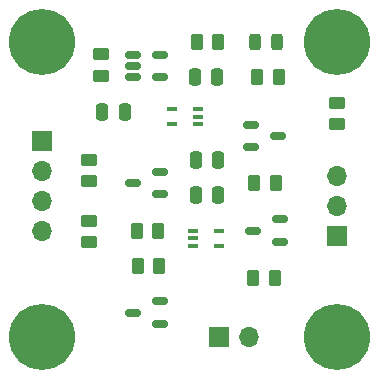
<source format=gbr>
%TF.GenerationSoftware,KiCad,Pcbnew,8.0.1*%
%TF.CreationDate,2024-11-19T12:42:29-08:00*%
%TF.ProjectId,DuplexUARTtoHalf,4475706c-6578-4554-9152-54746f48616c,rev?*%
%TF.SameCoordinates,Original*%
%TF.FileFunction,Soldermask,Top*%
%TF.FilePolarity,Negative*%
%FSLAX46Y46*%
G04 Gerber Fmt 4.6, Leading zero omitted, Abs format (unit mm)*
G04 Created by KiCad (PCBNEW 8.0.1) date 2024-11-19 12:42:29*
%MOMM*%
%LPD*%
G01*
G04 APERTURE LIST*
G04 Aperture macros list*
%AMRoundRect*
0 Rectangle with rounded corners*
0 $1 Rounding radius*
0 $2 $3 $4 $5 $6 $7 $8 $9 X,Y pos of 4 corners*
0 Add a 4 corners polygon primitive as box body*
4,1,4,$2,$3,$4,$5,$6,$7,$8,$9,$2,$3,0*
0 Add four circle primitives for the rounded corners*
1,1,$1+$1,$2,$3*
1,1,$1+$1,$4,$5*
1,1,$1+$1,$6,$7*
1,1,$1+$1,$8,$9*
0 Add four rect primitives between the rounded corners*
20,1,$1+$1,$2,$3,$4,$5,0*
20,1,$1+$1,$4,$5,$6,$7,0*
20,1,$1+$1,$6,$7,$8,$9,0*
20,1,$1+$1,$8,$9,$2,$3,0*%
G04 Aperture macros list end*
%ADD10RoundRect,0.150000X-0.512500X-0.150000X0.512500X-0.150000X0.512500X0.150000X-0.512500X0.150000X0*%
%ADD11RoundRect,0.100000X0.350000X0.100000X-0.350000X0.100000X-0.350000X-0.100000X0.350000X-0.100000X0*%
%ADD12RoundRect,0.100000X-0.350000X-0.100000X0.350000X-0.100000X0.350000X0.100000X-0.350000X0.100000X0*%
%ADD13RoundRect,0.250000X0.262500X0.450000X-0.262500X0.450000X-0.262500X-0.450000X0.262500X-0.450000X0*%
%ADD14RoundRect,0.250000X0.450000X-0.262500X0.450000X0.262500X-0.450000X0.262500X-0.450000X-0.262500X0*%
%ADD15RoundRect,0.250000X-0.450000X0.262500X-0.450000X-0.262500X0.450000X-0.262500X0.450000X0.262500X0*%
%ADD16RoundRect,0.250000X-0.262500X-0.450000X0.262500X-0.450000X0.262500X0.450000X-0.262500X0.450000X0*%
%ADD17RoundRect,0.150000X0.512500X0.150000X-0.512500X0.150000X-0.512500X-0.150000X0.512500X-0.150000X0*%
%ADD18R,1.700000X1.700000*%
%ADD19O,1.700000X1.700000*%
%ADD20C,5.600000*%
%ADD21RoundRect,0.243750X0.243750X0.456250X-0.243750X0.456250X-0.243750X-0.456250X0.243750X-0.456250X0*%
%ADD22RoundRect,0.250000X-0.250000X-0.475000X0.250000X-0.475000X0.250000X0.475000X-0.250000X0.475000X0*%
%ADD23RoundRect,0.250000X0.250000X0.475000X-0.250000X0.475000X-0.250000X-0.475000X0.250000X-0.475000X0*%
G04 APERTURE END LIST*
D10*
%TO.C,U3*%
X152725000Y-76100000D03*
X152725000Y-77050000D03*
X152725000Y-78000000D03*
X155000000Y-78000000D03*
X155000000Y-76100000D03*
%TD*%
D11*
%TO.C,U2*%
X156000000Y-82000000D03*
X156000000Y-80700000D03*
X158200000Y-80700000D03*
X158200000Y-81350000D03*
X158200000Y-82000000D03*
%TD*%
D12*
%TO.C,U1*%
X157800000Y-91000000D03*
X157800000Y-91650000D03*
X157800000Y-92300000D03*
X160000000Y-92300000D03*
X160000000Y-91000000D03*
%TD*%
D13*
%TO.C,R10*%
X159912500Y-75000000D03*
X158087500Y-75000000D03*
%TD*%
D14*
%TO.C,R9*%
X150000000Y-77912500D03*
X150000000Y-76087500D03*
%TD*%
D15*
%TO.C,R8*%
X170000000Y-80175000D03*
X170000000Y-82000000D03*
%TD*%
D14*
%TO.C,R7*%
X149000000Y-86825000D03*
X149000000Y-85000000D03*
%TD*%
D15*
%TO.C,R6*%
X149000000Y-90175000D03*
X149000000Y-92000000D03*
%TD*%
D13*
%TO.C,R5*%
X154825000Y-91000000D03*
X153000000Y-91000000D03*
%TD*%
D16*
%TO.C,R4*%
X163225000Y-78000000D03*
X165050000Y-78000000D03*
%TD*%
D13*
%TO.C,R3*%
X154912500Y-94000000D03*
X153087500Y-94000000D03*
%TD*%
%TO.C,R2*%
X164687500Y-95000000D03*
X162862500Y-95000000D03*
%TD*%
D16*
%TO.C,R1*%
X162950000Y-87000000D03*
X164775000Y-87000000D03*
%TD*%
D17*
%TO.C,Q1*%
X165137500Y-91950000D03*
X165137500Y-90050000D03*
X162862500Y-91000000D03*
%TD*%
D18*
%TO.C,J7*%
X170000000Y-91500000D03*
D19*
X170000000Y-88960000D03*
X170000000Y-86420000D03*
%TD*%
D18*
%TO.C,J6*%
X160000000Y-100000000D03*
D19*
X162540000Y-100000000D03*
%TD*%
D18*
%TO.C,J5*%
X145000000Y-83380000D03*
D19*
X145000000Y-85920000D03*
X145000000Y-88460000D03*
X145000000Y-91000000D03*
%TD*%
D20*
%TO.C,J4*%
X170000000Y-75000000D03*
%TD*%
%TO.C,J3*%
X170000000Y-100000000D03*
%TD*%
%TO.C,J2*%
X145000000Y-100000000D03*
%TD*%
%TO.C,J1*%
X145000000Y-75000000D03*
%TD*%
D21*
%TO.C,D4*%
X164875000Y-75000000D03*
X163000000Y-75000000D03*
%TD*%
D17*
%TO.C,D3*%
X155000000Y-87900000D03*
X155000000Y-86000000D03*
X152725000Y-86950000D03*
%TD*%
%TO.C,D2*%
X155000000Y-98900000D03*
X155000000Y-97000000D03*
X152725000Y-97950000D03*
%TD*%
D10*
%TO.C,D1*%
X162725000Y-82050000D03*
X162725000Y-83950000D03*
X165000000Y-83000000D03*
%TD*%
D22*
%TO.C,C4*%
X157925000Y-78000000D03*
X159825000Y-78000000D03*
%TD*%
%TO.C,C3*%
X150100000Y-81000000D03*
X152000000Y-81000000D03*
%TD*%
%TO.C,C2*%
X158000000Y-85000000D03*
X159900000Y-85000000D03*
%TD*%
D23*
%TO.C,C1*%
X159900000Y-88000000D03*
X158000000Y-88000000D03*
%TD*%
M02*

</source>
